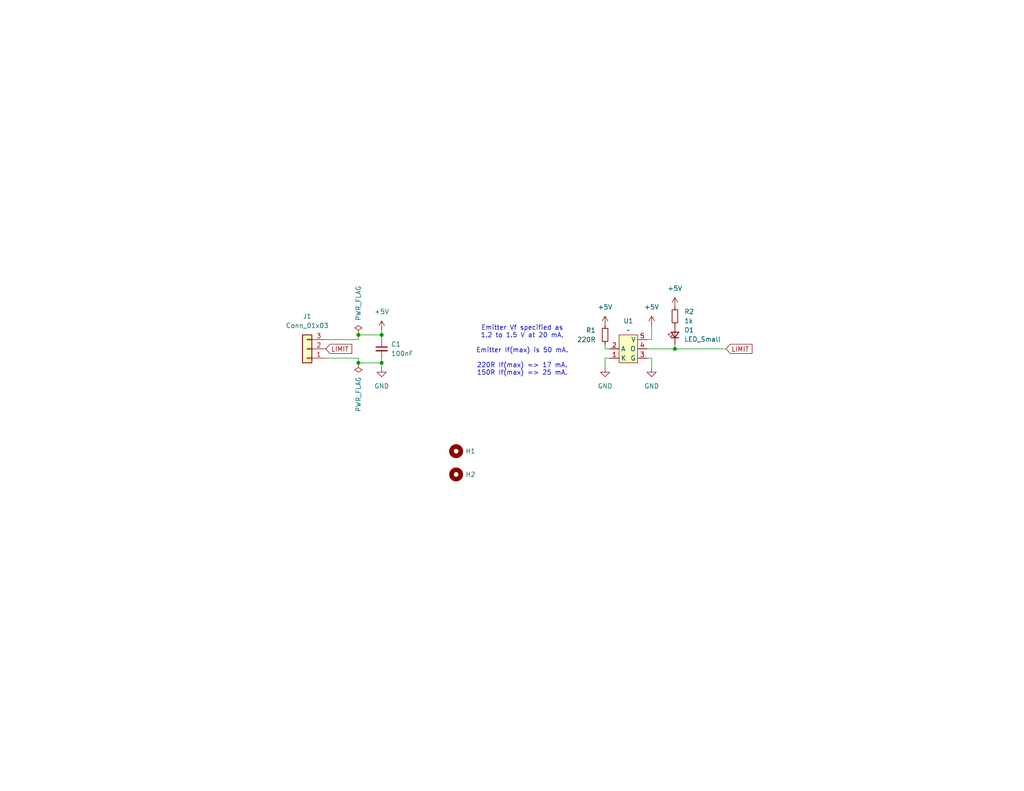
<source format=kicad_sch>
(kicad_sch (version 20231120) (generator "eeschema") (generator_version "8.0")
  (paper "USLetter")
  (title_block (title "Diet Opto-Tap"))
  (lib_symbols
    (symbol "Connector_Generic:Conn_01x03" (pin_names (offset 1.016) hide)
      (property "Reference" "J" (at 0 5.08 0))
      (property "Value" "Conn_01x03" (at 0 -5.08 0))
      (symbol "Conn_01x03_1_1"
        (rectangle (start -1.27 -2.413) (end 0 -2.667) (stroke (width 0.1524)))
        (rectangle (start -1.27 0.127) (end 0 -0.127) (stroke (width 0.1524)))
        (rectangle (start -1.27 2.667) (end 0 2.413) (stroke (width 0.1524)))
        (rectangle (start -1.27 3.81) (end 1.27 -3.81) (stroke (width 0.254)) (fill (type background)))
        (pin passive line (at -5.08 2.54 0) (length 3.81) (name "Pin_1") (number "1"))
        (pin passive line (at -5.08 0 0) (length 3.81) (name "Pin_2") (number "2"))
        (pin passive line (at -5.08 -2.54 0) (length 3.81) (name "Pin_3") (number "3"))
      )
    )
    (symbol "Device:C_Small" (pin_numbers hide) (pin_names (offset 0.254) hide)
      (property "Reference" "C" (at 0.254 1.778 0))
      (property "Value" "C_Small" (at 0.254 -2.032 0))
      (symbol "C_Small_0_1"
        (polyline (pts (xy -1.524 -0.508) (xy 1.524 -0.508)) (stroke (width 0.3302)))
        (polyline (pts (xy -1.524 0.508) (xy 1.524 0.508)) (stroke (width 0.3048)))
      )
      (symbol "C_Small_1_1"
        (pin passive line (at 0 2.54 270) (length 2.032) (name "~") (number "1"))
        (pin passive line (at 0 -2.54 90) (length 2.032) (name "~") (number "2"))
      )
    )
    (symbol "Device:LED_Small" (pin_numbers hide) (pin_names (offset 0.254) hide)
      (property "Reference" "D" (at -1.27 3.175 0))
      (property "Value" "LED_Small" (at -4.445 -2.54 0))
      (symbol "LED_Small_0_1"
        (polyline (pts (xy -0.762 -1.016) (xy -0.762 1.016)) (stroke (width 0.254)))
        (polyline (pts (xy 1.016 0) (xy -0.762 0)))
        (polyline (pts (xy 0.762 -1.016) (xy -0.762 0) (xy 0.762 1.016) (xy 0.762 -1.016)) (stroke (width 0.254)))
        (polyline (pts (xy 0 0.762) (xy -0.508 1.27) (xy -0.254 1.27) (xy -0.508 1.27) (xy -0.508 1.016)))
        (polyline (pts (xy 0.508 1.27) (xy 0 1.778) (xy 0.254 1.778) (xy 0 1.778) (xy 0 1.524)))
      )
      (symbol "LED_Small_1_1"
        (pin passive line (at -2.54 0 0) (length 1.778) (name "K") (number "1"))
        (pin passive line (at 2.54 0 180) (length 1.778) (name "A") (number "2"))
      )
    )
    (symbol "Device:R_Small" (pin_numbers hide) (pin_names (offset 0.254) hide)
      (property "Reference" "R" (at 0.762 0.508 0))
      (property "Value" "R_Small" (at 0.762 -1.016 0))
      (symbol "R_Small_0_1"
        (rectangle (start -0.762 1.778) (end 0.762 -1.778) (stroke (width 0.2032)))
      )
      (symbol "R_Small_1_1"
        (pin passive line (at 0 2.54 270) (length 0.762) (name "~") (number "1"))
        (pin passive line (at 0 -2.54 90) (length 0.762) (name "~") (number "2"))
      )
    )
    (symbol "Diet-OptoTap-Symbols:EE-SX398"
      (property "Reference" "U" (at 0 5.588 0))
      (symbol "EE-SX398_0_0"
        (pin power_in line (at 5.08 -2.54 180) (length 2.54) (name "G") (number "3"))
        (pin open_collector line (at 5.08 0 180) (length 2.54) (name "O") (number "4"))
        (pin power_in line (at 5.08 2.54 180) (length 2.54) (name "V") (number "5"))
      )
      (symbol "EE-SX398_1_0"
        (pin passive line (at -5.08 -2.54 0) (length 2.54) (name "K") (number "1"))
        (pin passive line (at -5.08 0 0) (length 2.54) (name "A") (number "2"))
      )
      (symbol "EE-SX398_1_1"
        (rectangle (start -2.54 3.81) (end 2.54 -3.81) (fill (type background)))
      )
    )
    (symbol "Mechanical:MountingHole" (pin_names (offset 1.016)) (exclude_from_sim yes) (in_bom no)
      (property "Reference" "H" (at 0 5.08 0))
      (property "Value" "MountingHole" (at 0 3.175 0))
      (symbol "MountingHole_0_1"
        (circle (center 0 0) (radius 1.27) (stroke (width 1.27)))
      )
    )
    (symbol "power:+5V" (power) (pin_numbers hide) (pin_names (offset 0) hide)
      (property "Value" "+5V" (at 0 3.556 0))
      (symbol "+5V_0_1"
        (polyline (pts (xy -0.762 1.27) (xy 0 2.54)))
        (polyline (pts (xy 0 0) (xy 0 2.54)))
        (polyline (pts (xy 0 2.54) (xy 0.762 1.27)))
      )
      (symbol "+5V_1_1"
        (pin power_in line (at 0 0 90) (length 0) (name "~") (number "1"))
      )
    )
    (symbol "power:GND" (power) (pin_numbers hide) (pin_names (offset 0) hide)
      (property "Value" "GND" (at 0 -3.81 0))
      (symbol "GND_0_1"
        (polyline (pts (xy 0 0) (xy 0 -1.27) (xy 1.27 -1.27) (xy 0 -2.54) (xy -1.27 -1.27) (xy 0 -1.27)))
      )
      (symbol "GND_1_1"
        (pin power_in line (at 0 0 270) (length 0) (name "~") (number "1"))
      )
    )
    (symbol "power:PWR_FLAG" (power) (pin_numbers hide) (pin_names (offset 0) hide)
      (property "Value" "PWR_FLAG" (at 0 3.81 0))
      (symbol "PWR_FLAG_0_0"
        (pin power_out line (at 0 0 90) (length 0) (name "~") (number "1"))
      )
      (symbol "PWR_FLAG_0_1"
        (polyline (pts (xy 0 0) (xy 0 1.27) (xy -1.016 1.905) (xy 0 2.54) (xy 1.016 1.905) (xy 0 1.27)))
      )
    )
  )
  (junction (at 184.15 95.25))
  (junction (at 97.79 99.06))
  (junction (at 97.79 91.44))
  (junction (at 104.14 91.44))
  (junction (at 104.14 99.06))
  (wire (pts (xy 165.1 95.25) (xy 165.1 93.98)))
  (wire (pts (xy 184.15 93.98) (xy 184.15 95.25)))
  (wire (pts (xy 97.79 97.79) (xy 97.79 99.06)))
  (wire (pts (xy 104.14 90.17) (xy 104.14 91.44)))
  (wire (pts (xy 97.79 97.79) (xy 88.9 97.79)))
  (wire (pts (xy 104.14 99.06) (xy 104.14 100.33)))
  (wire (pts (xy 97.79 91.44) (xy 104.14 91.44)))
  (wire (pts (xy 104.14 91.44) (xy 104.14 92.71)))
  (wire (pts (xy 177.8 88.9) (xy 177.8 92.71)))
  (wire (pts (xy 165.1 97.79) (xy 165.1 100.33)))
  (wire (pts (xy 176.53 97.79) (xy 177.8 97.79)))
  (wire (pts (xy 166.37 97.79) (xy 165.1 97.79)))
  (wire (pts (xy 177.8 97.79) (xy 177.8 100.33)))
  (wire (pts (xy 97.79 92.71) (xy 97.79 91.44)))
  (wire (pts (xy 184.15 95.25) (xy 176.53 95.25)))
  (wire (pts (xy 104.14 97.79) (xy 104.14 99.06)))
  (wire (pts (xy 184.15 95.25) (xy 198.12 95.25)))
  (wire (pts (xy 166.37 95.25) (xy 165.1 95.25)))
  (wire (pts (xy 97.79 92.71) (xy 88.9 92.71)))
  (wire (pts (xy 97.79 99.06) (xy 104.14 99.06)))
  (wire (pts (xy 177.8 92.71) (xy 176.53 92.71)))
  (text "Emitter Vf specified as\n1.2 to 1.5 V at 20 mA.\n\nEmitter If(max) is 50 mA.\n\n220R If(max) => 17 mA.\n150R If(max) => 25 mA." (at 142.494 95.758 0) (effects (font (size 1.27 1.27))))
  (global_label "LIMIT" (shape input) (at 198.12 95.25 0) (property "Intersheetrefs" "${INTERSHEET_REFS}" (effects (hide yes))))
  (global_label "LIMIT" (shape input) (at 88.9 95.25 0) (property "Intersheetrefs" "${INTERSHEET_REFS}" (effects (hide yes))))
  (symbol (lib_id "Device:R_Small") (at 184.15 86.36 0) (mirror y) (unit 1)
    (property "Reference" "R2" (at 186.69 85.0899 0) (effects (justify right)))
    (property "Value" "1k" (at 186.69 87.6299 0) (effects (justify right)))
    (property "Footprint" "Resistor_SMD:R_0603_1608Metric_Pad0.98x0.95mm_HandSolder" (effects (hide yes)))
    (property "Description" "Resistor, small symbol" (effects (hide yes)))
  )
  (symbol (lib_id "power:GND") (at 104.14 100.33 0) (unit 1)
    (property "Reference" "#PWR06" (effects (hide yes)))
    (property "Value" "GND" (at 104.14 105.41 0))
    (property "Description" "Power symbol creates a global label with name \"GND\" , ground" (effects (hide yes)))
  )
  (symbol (lib_id "Mechanical:MountingHole") (at 124.46 129.54 0) (unit 1) (exclude_from_sim yes) (in_bom no)
    (property "Reference" "H2" (at 127 129.5399 0) (effects (justify left)))
    (property "Value" "MountingHole" (effects (hide yes)))
    (property "Footprint" "MountingHole:MountingHole_3.2mm_M3" (effects (hide yes)))
    (property "Description" "Mounting Hole without connection" (effects (hide yes)))
  )
  (symbol (lib_id "power:PWR_FLAG") (at 97.79 99.06 180) (unit 1)
    (property "Reference" "#FLG02" (effects (hide yes)))
    (property "Value" "PWR_FLAG" (at 97.7901 102.87 90) (effects (justify left)))
    (property "Description" "Special symbol for telling ERC where power comes from" (effects (hide yes)))
  )
  (symbol (lib_id "power:PWR_FLAG") (at 97.79 91.44 0) (unit 1)
    (property "Reference" "#FLG01" (effects (hide yes)))
    (property "Value" "PWR_FLAG" (at 97.7899 87.63 90) (effects (justify left)))
    (property "Description" "Special symbol for telling ERC where power comes from" (effects (hide yes)))
  )
  (symbol (lib_id "Device:LED_Small") (at 184.15 91.44 90) (unit 1)
    (property "Reference" "D1" (at 186.69 90.1064 90) (effects (justify right)))
    (property "Value" "LED_Small" (at 186.69 92.6464 90) (effects (justify right)))
    (property "Footprint" "LED_SMD:LED_0603_1608Metric_Pad1.05x0.95mm_HandSolder" (effects (hide yes)))
    (property "Description" "Light emitting diode, small symbol" (effects (hide yes)))
  )
  (symbol (lib_id "power:+5V") (at 165.1 88.9 0) (unit 1)
    (property "Reference" "#PWR02" (effects (hide yes)))
    (property "Value" "+5V" (at 165.1 83.82 0))
    (property "Description" "Power symbol creates a global label with name \"+5V\"" (effects (hide yes)))
  )
  (symbol (lib_id "power:+5V") (at 104.14 90.17 0) (unit 1)
    (property "Reference" "#PWR07" (effects (hide yes)))
    (property "Value" "+5V" (at 104.14 85.09 0))
    (property "Description" "Power symbol creates a global label with name \"+5V\"" (effects (hide yes)))
  )
  (symbol (lib_id "power:GND") (at 165.1 100.33 0) (unit 1)
    (property "Reference" "#PWR01" (effects (hide yes)))
    (property "Value" "GND" (at 165.1 105.41 0))
    (property "Description" "Power symbol creates a global label with name \"GND\" , ground" (effects (hide yes)))
  )
  (symbol (lib_id "power:+5V") (at 177.8 88.9 0) (unit 1)
    (property "Reference" "#PWR03" (effects (hide yes)))
    (property "Value" "+5V" (at 177.8 83.82 0))
    (property "Description" "Power symbol creates a global label with name \"+5V\"" (effects (hide yes)))
  )
  (symbol (lib_id "Device:R_Small") (at 165.1 91.44 0) (mirror y) (unit 1)
    (property "Reference" "R1" (at 162.56 90.1699 0) (effects (justify left)))
    (property "Value" "220R" (at 162.56 92.7099 0) (effects (justify left)))
    (property "Footprint" "Resistor_SMD:R_0603_1608Metric_Pad0.98x0.95mm_HandSolder" (effects (hide yes)))
    (property "Description" "Resistor, small symbol" (effects (hide yes)))
  )
  (symbol (lib_id "Mechanical:MountingHole") (at 124.46 123.19 0) (unit 1) (exclude_from_sim yes) (in_bom no)
    (property "Reference" "H1" (at 127 123.1899 0) (effects (justify left)))
    (property "Value" "MountingHole" (effects (hide yes)))
    (property "Footprint" "MountingHole:MountingHole_3.2mm_M3" (effects (hide yes)))
    (property "Description" "Mounting Hole without connection" (effects (hide yes)))
  )
  (symbol (lib_id "power:GND") (at 177.8 100.33 0) (unit 1)
    (property "Reference" "#PWR05" (effects (hide yes)))
    (property "Value" "GND" (at 177.8 105.41 0))
    (property "Description" "Power symbol creates a global label with name \"GND\" , ground" (effects (hide yes)))
  )
  (symbol (lib_id "Diet-OptoTap-Symbols:EE-SX398") (at 171.45 95.25 0) (unit 1)
    (property "Reference" "U1" (at 171.45 87.63 0))
    (property "Value" "~" (at 171.45 90.17 0))
    (property "Footprint" "Diet-OptoTap-Footprints:EE-SX398" (effects (hide yes)))
  )
  (symbol (lib_id "Connector_Generic:Conn_01x03") (at 83.82 95.25 180) (unit 1)
    (property "Reference" "J1" (at 83.82 86.36 0))
    (property "Value" "Conn_01x03" (at 83.82 88.9 0))
    (property "Footprint" "Connector_PinHeader_2.54mm:PinHeader_1x03_P2.54mm_Vertical" (effects (hide yes)))
    (property "Description" "Generic connector, single row, 01x03, script generated (kicad-library-utils/schlib/autogen/connector/)" (effects (hide yes)))
  )
  (symbol (lib_id "power:+5V") (at 184.15 83.82 0) (unit 1)
    (property "Reference" "#PWR04" (effects (hide yes)))
    (property "Value" "+5V" (at 184.15 78.74 0))
    (property "Description" "Power symbol creates a global label with name \"+5V\"" (effects (hide yes)))
  )
  (symbol (lib_id "Device:C_Small") (at 104.14 95.25 0) (unit 1)
    (property "Reference" "C1" (at 106.68 93.9862 0) (effects (justify left)))
    (property "Value" "100nF" (at 106.68 96.5262 0) (effects (justify left)))
    (property "Footprint" "Capacitor_SMD:C_0603_1608Metric_Pad1.08x0.95mm_HandSolder" (effects (hide yes)))
    (property "Description" "Unpolarized capacitor, small symbol" (effects (hide yes)))
  )
)
</source>
